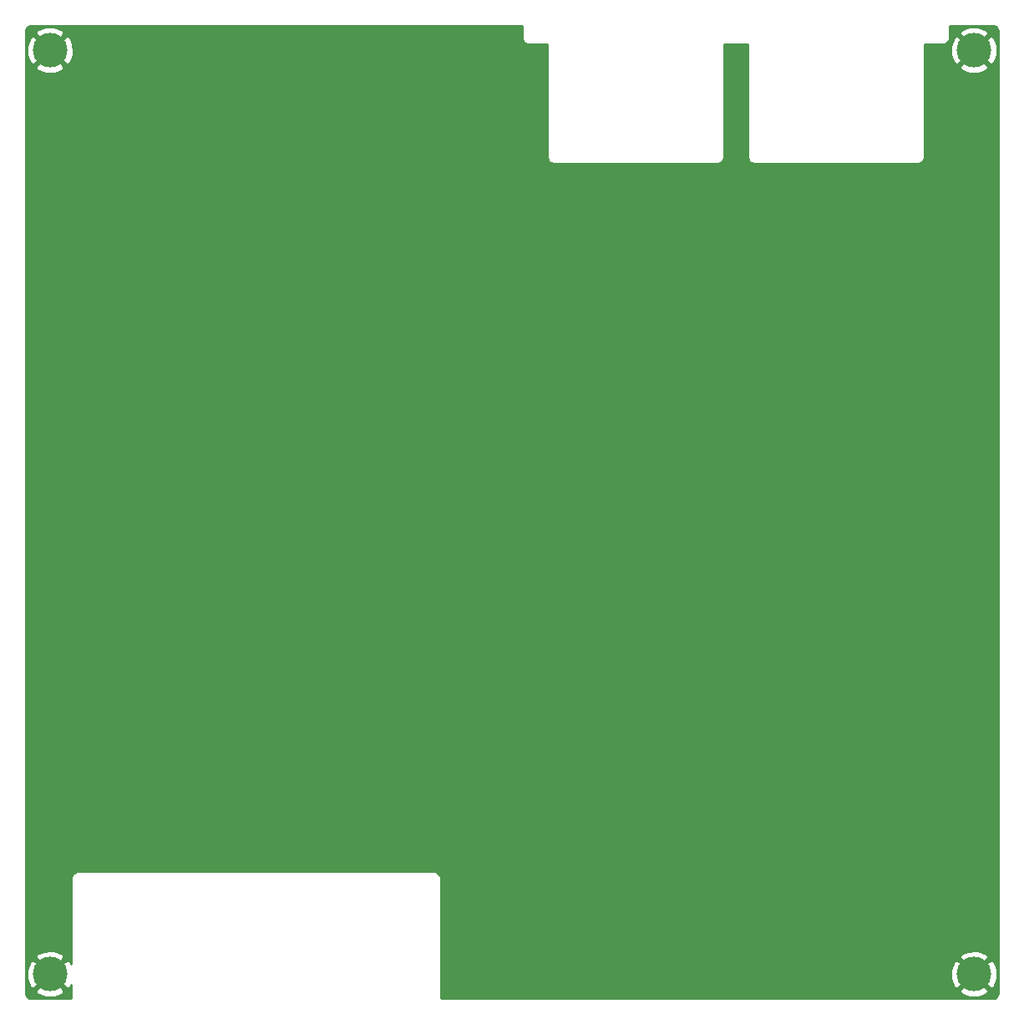
<source format=gtl>
G04 #@! TF.GenerationSoftware,KiCad,Pcbnew,(5.1.8)-1*
G04 #@! TF.CreationDate,2022-02-08T00:32:58+01:00*
G04 #@! TF.ProjectId,BulkyMIDI-32 FA2,42756c6b-794d-4494-9449-2d3332204641,rev?*
G04 #@! TF.SameCoordinates,Original*
G04 #@! TF.FileFunction,Copper,L1,Top*
G04 #@! TF.FilePolarity,Positive*
%FSLAX46Y46*%
G04 Gerber Fmt 4.6, Leading zero omitted, Abs format (unit mm)*
G04 Created by KiCad (PCBNEW (5.1.8)-1) date 2022-02-08 00:32:58*
%MOMM*%
%LPD*%
G01*
G04 APERTURE LIST*
G04 #@! TA.AperFunction,ComponentPad*
%ADD10C,3.500000*%
G04 #@! TD*
G04 #@! TA.AperFunction,Conductor*
%ADD11C,0.254000*%
G04 #@! TD*
G04 #@! TA.AperFunction,Conductor*
%ADD12C,0.100000*%
G04 #@! TD*
G04 APERTURE END LIST*
D10*
X73355000Y-151435000D03*
X167005000Y-151435000D03*
X167005000Y-57785000D03*
X73355000Y-57785000D03*
D11*
X121210000Y-56480122D02*
X121206565Y-56515000D01*
X121220273Y-56654184D01*
X121260872Y-56788020D01*
X121326800Y-56911363D01*
X121415525Y-57019475D01*
X121523637Y-57108200D01*
X121646980Y-57174128D01*
X121780816Y-57214727D01*
X121920000Y-57228435D01*
X121954877Y-57225000D01*
X123750000Y-57225000D01*
X123750001Y-68545113D01*
X123746565Y-68580000D01*
X123760273Y-68719184D01*
X123800872Y-68853020D01*
X123866800Y-68976363D01*
X123955525Y-69084475D01*
X124063637Y-69173200D01*
X124186980Y-69239128D01*
X124320816Y-69279727D01*
X124425123Y-69290000D01*
X124460000Y-69293435D01*
X124494877Y-69290000D01*
X140935123Y-69290000D01*
X140970000Y-69293435D01*
X141004877Y-69290000D01*
X141109184Y-69279727D01*
X141243020Y-69239128D01*
X141366363Y-69173200D01*
X141474475Y-69084475D01*
X141563200Y-68976363D01*
X141629128Y-68853020D01*
X141669727Y-68719184D01*
X141683435Y-68580000D01*
X141680000Y-68545123D01*
X141680000Y-57225000D01*
X144070000Y-57225000D01*
X144070001Y-68545113D01*
X144066565Y-68580000D01*
X144080273Y-68719184D01*
X144120872Y-68853020D01*
X144186800Y-68976363D01*
X144275525Y-69084475D01*
X144383637Y-69173200D01*
X144506980Y-69239128D01*
X144640816Y-69279727D01*
X144745123Y-69290000D01*
X144780000Y-69293435D01*
X144814877Y-69290000D01*
X161255123Y-69290000D01*
X161290000Y-69293435D01*
X161324877Y-69290000D01*
X161429184Y-69279727D01*
X161563020Y-69239128D01*
X161686363Y-69173200D01*
X161794475Y-69084475D01*
X161883200Y-68976363D01*
X161949128Y-68853020D01*
X161989727Y-68719184D01*
X162003435Y-68580000D01*
X162000000Y-68545123D01*
X162000000Y-59454609D01*
X165514997Y-59454609D01*
X165701073Y-59795766D01*
X166118409Y-60011513D01*
X166569815Y-60141696D01*
X167037946Y-60181313D01*
X167504811Y-60128842D01*
X167952468Y-59986297D01*
X168308927Y-59795766D01*
X168495003Y-59454609D01*
X167005000Y-57964605D01*
X165514997Y-59454609D01*
X162000000Y-59454609D01*
X162000000Y-57817946D01*
X164608687Y-57817946D01*
X164661158Y-58284811D01*
X164803703Y-58732468D01*
X164994234Y-59088927D01*
X165335391Y-59275003D01*
X166825395Y-57785000D01*
X167184605Y-57785000D01*
X168674609Y-59275003D01*
X169015766Y-59088927D01*
X169231513Y-58671591D01*
X169361696Y-58220185D01*
X169401313Y-57752054D01*
X169348842Y-57285189D01*
X169206297Y-56837532D01*
X169015766Y-56481073D01*
X168674609Y-56294997D01*
X167184605Y-57785000D01*
X166825395Y-57785000D01*
X165335391Y-56294997D01*
X164994234Y-56481073D01*
X164778487Y-56898409D01*
X164648304Y-57349815D01*
X164608687Y-57817946D01*
X162000000Y-57817946D01*
X162000000Y-57225000D01*
X163795123Y-57225000D01*
X163830000Y-57228435D01*
X163864877Y-57225000D01*
X163969184Y-57214727D01*
X164103020Y-57174128D01*
X164226363Y-57108200D01*
X164334475Y-57019475D01*
X164423200Y-56911363D01*
X164489128Y-56788020D01*
X164529727Y-56654184D01*
X164543435Y-56515000D01*
X164540000Y-56480123D01*
X164540000Y-56115391D01*
X165514997Y-56115391D01*
X167005000Y-57605395D01*
X168495003Y-56115391D01*
X168308927Y-55774234D01*
X167891591Y-55558487D01*
X167440185Y-55428304D01*
X166972054Y-55388687D01*
X166505189Y-55441158D01*
X166057532Y-55583703D01*
X165701073Y-55774234D01*
X165514997Y-56115391D01*
X164540000Y-56115391D01*
X164540000Y-55320000D01*
X168875280Y-55320000D01*
X169018109Y-55334005D01*
X169122101Y-55365402D01*
X169218014Y-55416399D01*
X169302194Y-55485055D01*
X169371440Y-55568758D01*
X169423105Y-55664311D01*
X169455227Y-55768078D01*
X169470000Y-55908641D01*
X169470001Y-153305269D01*
X169455995Y-153448109D01*
X169424599Y-153552099D01*
X169373601Y-153648013D01*
X169304941Y-153732199D01*
X169221243Y-153801439D01*
X169125689Y-153853105D01*
X169021922Y-153885227D01*
X168881359Y-153900000D01*
X112978000Y-153900000D01*
X112978000Y-153104609D01*
X165514997Y-153104609D01*
X165701073Y-153445766D01*
X166118409Y-153661513D01*
X166569815Y-153791696D01*
X167037946Y-153831313D01*
X167504811Y-153778842D01*
X167952468Y-153636297D01*
X168308927Y-153445766D01*
X168495003Y-153104609D01*
X167005000Y-151614605D01*
X165514997Y-153104609D01*
X112978000Y-153104609D01*
X112978000Y-151467946D01*
X164608687Y-151467946D01*
X164661158Y-151934811D01*
X164803703Y-152382468D01*
X164994234Y-152738927D01*
X165335391Y-152925003D01*
X166825395Y-151435000D01*
X167184605Y-151435000D01*
X168674609Y-152925003D01*
X169015766Y-152738927D01*
X169231513Y-152321591D01*
X169361696Y-151870185D01*
X169401313Y-151402054D01*
X169348842Y-150935189D01*
X169206297Y-150487532D01*
X169015766Y-150131073D01*
X168674609Y-149944997D01*
X167184605Y-151435000D01*
X166825395Y-151435000D01*
X165335391Y-149944997D01*
X164994234Y-150131073D01*
X164778487Y-150548409D01*
X164648304Y-150999815D01*
X164608687Y-151467946D01*
X112978000Y-151467946D01*
X112978000Y-149765391D01*
X165514997Y-149765391D01*
X167005000Y-151255395D01*
X168495003Y-149765391D01*
X168308927Y-149424234D01*
X167891591Y-149208487D01*
X167440185Y-149078304D01*
X166972054Y-149038687D01*
X166505189Y-149091158D01*
X166057532Y-149233703D01*
X165701073Y-149424234D01*
X165514997Y-149765391D01*
X112978000Y-149765391D01*
X112978000Y-141766877D01*
X112981435Y-141732000D01*
X112967727Y-141592816D01*
X112927128Y-141458980D01*
X112861200Y-141335637D01*
X112772475Y-141227525D01*
X112664363Y-141138800D01*
X112541020Y-141072872D01*
X112407184Y-141032273D01*
X112302877Y-141022000D01*
X112268000Y-141018565D01*
X112233123Y-141022000D01*
X76234877Y-141022000D01*
X76200000Y-141018565D01*
X76165123Y-141022000D01*
X76060816Y-141032273D01*
X75926980Y-141072872D01*
X75803637Y-141138800D01*
X75695525Y-141227525D01*
X75606800Y-141335637D01*
X75540872Y-141458980D01*
X75500273Y-141592816D01*
X75486565Y-141732000D01*
X75490001Y-141766887D01*
X75490000Y-150363499D01*
X75365766Y-150131073D01*
X75024609Y-149944997D01*
X73534605Y-151435000D01*
X75024609Y-152925003D01*
X75365766Y-152738927D01*
X75490000Y-152498611D01*
X75490000Y-153900000D01*
X71484720Y-153900000D01*
X71341891Y-153885995D01*
X71237901Y-153854599D01*
X71141987Y-153803601D01*
X71057801Y-153734941D01*
X70988561Y-153651243D01*
X70936895Y-153555689D01*
X70904773Y-153451922D01*
X70890000Y-153311359D01*
X70890000Y-153104609D01*
X71864997Y-153104609D01*
X72051073Y-153445766D01*
X72468409Y-153661513D01*
X72919815Y-153791696D01*
X73387946Y-153831313D01*
X73854811Y-153778842D01*
X74302468Y-153636297D01*
X74658927Y-153445766D01*
X74845003Y-153104609D01*
X73355000Y-151614605D01*
X71864997Y-153104609D01*
X70890000Y-153104609D01*
X70890000Y-151467946D01*
X70958687Y-151467946D01*
X71011158Y-151934811D01*
X71153703Y-152382468D01*
X71344234Y-152738927D01*
X71685391Y-152925003D01*
X73175395Y-151435000D01*
X71685391Y-149944997D01*
X71344234Y-150131073D01*
X71128487Y-150548409D01*
X70998304Y-150999815D01*
X70958687Y-151467946D01*
X70890000Y-151467946D01*
X70890000Y-149765391D01*
X71864997Y-149765391D01*
X73355000Y-151255395D01*
X74845003Y-149765391D01*
X74658927Y-149424234D01*
X74241591Y-149208487D01*
X73790185Y-149078304D01*
X73322054Y-149038687D01*
X72855189Y-149091158D01*
X72407532Y-149233703D01*
X72051073Y-149424234D01*
X71864997Y-149765391D01*
X70890000Y-149765391D01*
X70890000Y-59454609D01*
X71864997Y-59454609D01*
X72051073Y-59795766D01*
X72468409Y-60011513D01*
X72919815Y-60141696D01*
X73387946Y-60181313D01*
X73854811Y-60128842D01*
X74302468Y-59986297D01*
X74658927Y-59795766D01*
X74845003Y-59454609D01*
X73355000Y-57964605D01*
X71864997Y-59454609D01*
X70890000Y-59454609D01*
X70890000Y-57817946D01*
X70958687Y-57817946D01*
X71011158Y-58284811D01*
X71153703Y-58732468D01*
X71344234Y-59088927D01*
X71685391Y-59275003D01*
X73175395Y-57785000D01*
X73534605Y-57785000D01*
X75024609Y-59275003D01*
X75365766Y-59088927D01*
X75581513Y-58671591D01*
X75711696Y-58220185D01*
X75751313Y-57752054D01*
X75698842Y-57285189D01*
X75556297Y-56837532D01*
X75365766Y-56481073D01*
X75024609Y-56294997D01*
X73534605Y-57785000D01*
X73175395Y-57785000D01*
X71685391Y-56294997D01*
X71344234Y-56481073D01*
X71128487Y-56898409D01*
X70998304Y-57349815D01*
X70958687Y-57817946D01*
X70890000Y-57817946D01*
X70890000Y-56115391D01*
X71864997Y-56115391D01*
X73355000Y-57605395D01*
X74845003Y-56115391D01*
X74658927Y-55774234D01*
X74241591Y-55558487D01*
X73790185Y-55428304D01*
X73322054Y-55388687D01*
X72855189Y-55441158D01*
X72407532Y-55583703D01*
X72051073Y-55774234D01*
X71864997Y-56115391D01*
X70890000Y-56115391D01*
X70890000Y-55914720D01*
X70904005Y-55771891D01*
X70935402Y-55667899D01*
X70986399Y-55571986D01*
X71055055Y-55487806D01*
X71138758Y-55418560D01*
X71234311Y-55366895D01*
X71338078Y-55334773D01*
X71478641Y-55320000D01*
X121210001Y-55320000D01*
X121210000Y-56480122D01*
G04 #@! TA.AperFunction,Conductor*
D12*
G36*
X121210000Y-56480122D02*
G01*
X121206565Y-56515000D01*
X121220273Y-56654184D01*
X121260872Y-56788020D01*
X121326800Y-56911363D01*
X121415525Y-57019475D01*
X121523637Y-57108200D01*
X121646980Y-57174128D01*
X121780816Y-57214727D01*
X121920000Y-57228435D01*
X121954877Y-57225000D01*
X123750000Y-57225000D01*
X123750001Y-68545113D01*
X123746565Y-68580000D01*
X123760273Y-68719184D01*
X123800872Y-68853020D01*
X123866800Y-68976363D01*
X123955525Y-69084475D01*
X124063637Y-69173200D01*
X124186980Y-69239128D01*
X124320816Y-69279727D01*
X124425123Y-69290000D01*
X124460000Y-69293435D01*
X124494877Y-69290000D01*
X140935123Y-69290000D01*
X140970000Y-69293435D01*
X141004877Y-69290000D01*
X141109184Y-69279727D01*
X141243020Y-69239128D01*
X141366363Y-69173200D01*
X141474475Y-69084475D01*
X141563200Y-68976363D01*
X141629128Y-68853020D01*
X141669727Y-68719184D01*
X141683435Y-68580000D01*
X141680000Y-68545123D01*
X141680000Y-57225000D01*
X144070000Y-57225000D01*
X144070001Y-68545113D01*
X144066565Y-68580000D01*
X144080273Y-68719184D01*
X144120872Y-68853020D01*
X144186800Y-68976363D01*
X144275525Y-69084475D01*
X144383637Y-69173200D01*
X144506980Y-69239128D01*
X144640816Y-69279727D01*
X144745123Y-69290000D01*
X144780000Y-69293435D01*
X144814877Y-69290000D01*
X161255123Y-69290000D01*
X161290000Y-69293435D01*
X161324877Y-69290000D01*
X161429184Y-69279727D01*
X161563020Y-69239128D01*
X161686363Y-69173200D01*
X161794475Y-69084475D01*
X161883200Y-68976363D01*
X161949128Y-68853020D01*
X161989727Y-68719184D01*
X162003435Y-68580000D01*
X162000000Y-68545123D01*
X162000000Y-59454609D01*
X165514997Y-59454609D01*
X165701073Y-59795766D01*
X166118409Y-60011513D01*
X166569815Y-60141696D01*
X167037946Y-60181313D01*
X167504811Y-60128842D01*
X167952468Y-59986297D01*
X168308927Y-59795766D01*
X168495003Y-59454609D01*
X167005000Y-57964605D01*
X165514997Y-59454609D01*
X162000000Y-59454609D01*
X162000000Y-57817946D01*
X164608687Y-57817946D01*
X164661158Y-58284811D01*
X164803703Y-58732468D01*
X164994234Y-59088927D01*
X165335391Y-59275003D01*
X166825395Y-57785000D01*
X167184605Y-57785000D01*
X168674609Y-59275003D01*
X169015766Y-59088927D01*
X169231513Y-58671591D01*
X169361696Y-58220185D01*
X169401313Y-57752054D01*
X169348842Y-57285189D01*
X169206297Y-56837532D01*
X169015766Y-56481073D01*
X168674609Y-56294997D01*
X167184605Y-57785000D01*
X166825395Y-57785000D01*
X165335391Y-56294997D01*
X164994234Y-56481073D01*
X164778487Y-56898409D01*
X164648304Y-57349815D01*
X164608687Y-57817946D01*
X162000000Y-57817946D01*
X162000000Y-57225000D01*
X163795123Y-57225000D01*
X163830000Y-57228435D01*
X163864877Y-57225000D01*
X163969184Y-57214727D01*
X164103020Y-57174128D01*
X164226363Y-57108200D01*
X164334475Y-57019475D01*
X164423200Y-56911363D01*
X164489128Y-56788020D01*
X164529727Y-56654184D01*
X164543435Y-56515000D01*
X164540000Y-56480123D01*
X164540000Y-56115391D01*
X165514997Y-56115391D01*
X167005000Y-57605395D01*
X168495003Y-56115391D01*
X168308927Y-55774234D01*
X167891591Y-55558487D01*
X167440185Y-55428304D01*
X166972054Y-55388687D01*
X166505189Y-55441158D01*
X166057532Y-55583703D01*
X165701073Y-55774234D01*
X165514997Y-56115391D01*
X164540000Y-56115391D01*
X164540000Y-55320000D01*
X168875280Y-55320000D01*
X169018109Y-55334005D01*
X169122101Y-55365402D01*
X169218014Y-55416399D01*
X169302194Y-55485055D01*
X169371440Y-55568758D01*
X169423105Y-55664311D01*
X169455227Y-55768078D01*
X169470000Y-55908641D01*
X169470001Y-153305269D01*
X169455995Y-153448109D01*
X169424599Y-153552099D01*
X169373601Y-153648013D01*
X169304941Y-153732199D01*
X169221243Y-153801439D01*
X169125689Y-153853105D01*
X169021922Y-153885227D01*
X168881359Y-153900000D01*
X112978000Y-153900000D01*
X112978000Y-153104609D01*
X165514997Y-153104609D01*
X165701073Y-153445766D01*
X166118409Y-153661513D01*
X166569815Y-153791696D01*
X167037946Y-153831313D01*
X167504811Y-153778842D01*
X167952468Y-153636297D01*
X168308927Y-153445766D01*
X168495003Y-153104609D01*
X167005000Y-151614605D01*
X165514997Y-153104609D01*
X112978000Y-153104609D01*
X112978000Y-151467946D01*
X164608687Y-151467946D01*
X164661158Y-151934811D01*
X164803703Y-152382468D01*
X164994234Y-152738927D01*
X165335391Y-152925003D01*
X166825395Y-151435000D01*
X167184605Y-151435000D01*
X168674609Y-152925003D01*
X169015766Y-152738927D01*
X169231513Y-152321591D01*
X169361696Y-151870185D01*
X169401313Y-151402054D01*
X169348842Y-150935189D01*
X169206297Y-150487532D01*
X169015766Y-150131073D01*
X168674609Y-149944997D01*
X167184605Y-151435000D01*
X166825395Y-151435000D01*
X165335391Y-149944997D01*
X164994234Y-150131073D01*
X164778487Y-150548409D01*
X164648304Y-150999815D01*
X164608687Y-151467946D01*
X112978000Y-151467946D01*
X112978000Y-149765391D01*
X165514997Y-149765391D01*
X167005000Y-151255395D01*
X168495003Y-149765391D01*
X168308927Y-149424234D01*
X167891591Y-149208487D01*
X167440185Y-149078304D01*
X166972054Y-149038687D01*
X166505189Y-149091158D01*
X166057532Y-149233703D01*
X165701073Y-149424234D01*
X165514997Y-149765391D01*
X112978000Y-149765391D01*
X112978000Y-141766877D01*
X112981435Y-141732000D01*
X112967727Y-141592816D01*
X112927128Y-141458980D01*
X112861200Y-141335637D01*
X112772475Y-141227525D01*
X112664363Y-141138800D01*
X112541020Y-141072872D01*
X112407184Y-141032273D01*
X112302877Y-141022000D01*
X112268000Y-141018565D01*
X112233123Y-141022000D01*
X76234877Y-141022000D01*
X76200000Y-141018565D01*
X76165123Y-141022000D01*
X76060816Y-141032273D01*
X75926980Y-141072872D01*
X75803637Y-141138800D01*
X75695525Y-141227525D01*
X75606800Y-141335637D01*
X75540872Y-141458980D01*
X75500273Y-141592816D01*
X75486565Y-141732000D01*
X75490001Y-141766887D01*
X75490000Y-150363499D01*
X75365766Y-150131073D01*
X75024609Y-149944997D01*
X73534605Y-151435000D01*
X75024609Y-152925003D01*
X75365766Y-152738927D01*
X75490000Y-152498611D01*
X75490000Y-153900000D01*
X71484720Y-153900000D01*
X71341891Y-153885995D01*
X71237901Y-153854599D01*
X71141987Y-153803601D01*
X71057801Y-153734941D01*
X70988561Y-153651243D01*
X70936895Y-153555689D01*
X70904773Y-153451922D01*
X70890000Y-153311359D01*
X70890000Y-153104609D01*
X71864997Y-153104609D01*
X72051073Y-153445766D01*
X72468409Y-153661513D01*
X72919815Y-153791696D01*
X73387946Y-153831313D01*
X73854811Y-153778842D01*
X74302468Y-153636297D01*
X74658927Y-153445766D01*
X74845003Y-153104609D01*
X73355000Y-151614605D01*
X71864997Y-153104609D01*
X70890000Y-153104609D01*
X70890000Y-151467946D01*
X70958687Y-151467946D01*
X71011158Y-151934811D01*
X71153703Y-152382468D01*
X71344234Y-152738927D01*
X71685391Y-152925003D01*
X73175395Y-151435000D01*
X71685391Y-149944997D01*
X71344234Y-150131073D01*
X71128487Y-150548409D01*
X70998304Y-150999815D01*
X70958687Y-151467946D01*
X70890000Y-151467946D01*
X70890000Y-149765391D01*
X71864997Y-149765391D01*
X73355000Y-151255395D01*
X74845003Y-149765391D01*
X74658927Y-149424234D01*
X74241591Y-149208487D01*
X73790185Y-149078304D01*
X73322054Y-149038687D01*
X72855189Y-149091158D01*
X72407532Y-149233703D01*
X72051073Y-149424234D01*
X71864997Y-149765391D01*
X70890000Y-149765391D01*
X70890000Y-59454609D01*
X71864997Y-59454609D01*
X72051073Y-59795766D01*
X72468409Y-60011513D01*
X72919815Y-60141696D01*
X73387946Y-60181313D01*
X73854811Y-60128842D01*
X74302468Y-59986297D01*
X74658927Y-59795766D01*
X74845003Y-59454609D01*
X73355000Y-57964605D01*
X71864997Y-59454609D01*
X70890000Y-59454609D01*
X70890000Y-57817946D01*
X70958687Y-57817946D01*
X71011158Y-58284811D01*
X71153703Y-58732468D01*
X71344234Y-59088927D01*
X71685391Y-59275003D01*
X73175395Y-57785000D01*
X73534605Y-57785000D01*
X75024609Y-59275003D01*
X75365766Y-59088927D01*
X75581513Y-58671591D01*
X75711696Y-58220185D01*
X75751313Y-57752054D01*
X75698842Y-57285189D01*
X75556297Y-56837532D01*
X75365766Y-56481073D01*
X75024609Y-56294997D01*
X73534605Y-57785000D01*
X73175395Y-57785000D01*
X71685391Y-56294997D01*
X71344234Y-56481073D01*
X71128487Y-56898409D01*
X70998304Y-57349815D01*
X70958687Y-57817946D01*
X70890000Y-57817946D01*
X70890000Y-56115391D01*
X71864997Y-56115391D01*
X73355000Y-57605395D01*
X74845003Y-56115391D01*
X74658927Y-55774234D01*
X74241591Y-55558487D01*
X73790185Y-55428304D01*
X73322054Y-55388687D01*
X72855189Y-55441158D01*
X72407532Y-55583703D01*
X72051073Y-55774234D01*
X71864997Y-56115391D01*
X70890000Y-56115391D01*
X70890000Y-55914720D01*
X70904005Y-55771891D01*
X70935402Y-55667899D01*
X70986399Y-55571986D01*
X71055055Y-55487806D01*
X71138758Y-55418560D01*
X71234311Y-55366895D01*
X71338078Y-55334773D01*
X71478641Y-55320000D01*
X121210001Y-55320000D01*
X121210000Y-56480122D01*
G37*
G04 #@! TD.AperFunction*
M02*

</source>
